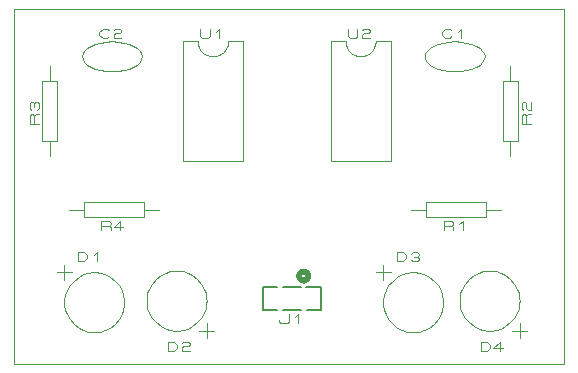
<source format=gbr>
G04 PROTEUS GERBER X2 FILE*
%TF.GenerationSoftware,Labcenter,Proteus,8.17-SP2-Build37159*%
%TF.CreationDate,2024-06-30T12:35:40+00:00*%
%TF.FileFunction,Legend,Top*%
%TF.FilePolarity,Positive*%
%TF.Part,Single*%
%TF.SameCoordinates,{19548e37-bc0f-4651-8564-f809119557b0}*%
%FSLAX45Y45*%
%MOMM*%
G01*
%TA.AperFunction,Profile*%
%ADD17C,0.101600*%
%TA.AperFunction,Material*%
%ADD18C,0.101600*%
%ADD19C,0.508000*%
%ADD70C,0.152400*%
%TD.AperFunction*%
D17*
X-14850000Y+9550000D02*
X-10200000Y+9550000D01*
X-10200000Y+12550000D01*
X-14850000Y+12550000D01*
X-14850000Y+9550000D01*
D18*
X-13042000Y+12277000D02*
X-12915000Y+12277000D01*
X-12915000Y+11261000D01*
X-13423000Y+11261000D01*
X-13423000Y+12277000D01*
X-13296000Y+12277000D01*
X-13169000Y+12150000D02*
X-13143124Y+12152436D01*
X-13119152Y+12159485D01*
X-13097562Y+12170762D01*
X-13078830Y+12185878D01*
X-13063431Y+12204446D01*
X-13051842Y+12226081D01*
X-13044540Y+12250394D01*
X-13042000Y+12277000D01*
X-13169000Y+12150000D02*
X-13195606Y+12152436D01*
X-13219919Y+12159485D01*
X-13241554Y+12170762D01*
X-13260122Y+12185878D01*
X-13275238Y+12204446D01*
X-13286515Y+12226081D01*
X-13293564Y+12250394D01*
X-13296000Y+12277000D01*
X-13275680Y+12383680D02*
X-13275680Y+12320180D01*
X-13262345Y+12307480D01*
X-13209005Y+12307480D01*
X-13195670Y+12320180D01*
X-13195670Y+12383680D01*
X-13142330Y+12358280D02*
X-13115660Y+12383680D01*
X-13115660Y+12307480D01*
X-11792000Y+12277000D02*
X-11665000Y+12277000D01*
X-11665000Y+11261000D01*
X-12173000Y+11261000D01*
X-12173000Y+12277000D01*
X-12046000Y+12277000D01*
X-11919000Y+12150000D02*
X-11893124Y+12152436D01*
X-11869152Y+12159485D01*
X-11847562Y+12170762D01*
X-11828830Y+12185878D01*
X-11813431Y+12204446D01*
X-11801842Y+12226081D01*
X-11794540Y+12250394D01*
X-11792000Y+12277000D01*
X-11919000Y+12150000D02*
X-11945606Y+12152436D01*
X-11969919Y+12159485D01*
X-11991554Y+12170762D01*
X-12010122Y+12185878D01*
X-12025238Y+12204446D01*
X-12036515Y+12226081D01*
X-12043564Y+12250394D01*
X-12046000Y+12277000D01*
X-12025680Y+12383680D02*
X-12025680Y+12320180D01*
X-12012345Y+12307480D01*
X-11959005Y+12307480D01*
X-11945670Y+12320180D01*
X-11945670Y+12383680D01*
X-11905665Y+12370980D02*
X-11892330Y+12383680D01*
X-11852325Y+12383680D01*
X-11838990Y+12370980D01*
X-11838990Y+12358280D01*
X-11852325Y+12345580D01*
X-11892330Y+12345580D01*
X-11905665Y+12332880D01*
X-11905665Y+12307480D01*
X-11838990Y+12307480D01*
X-14550000Y+11304180D02*
X-14550000Y+11431180D01*
X-14613500Y+11431180D02*
X-14486500Y+11431180D01*
X-14486500Y+11939180D01*
X-14613500Y+11939180D01*
X-14613500Y+11431180D01*
X-14550000Y+11939180D02*
X-14550000Y+12066180D01*
X-14643980Y+11578500D02*
X-14720180Y+11578500D01*
X-14720180Y+11645175D01*
X-14707480Y+11658510D01*
X-14694780Y+11658510D01*
X-14682080Y+11645175D01*
X-14682080Y+11578500D01*
X-14682080Y+11645175D02*
X-14669380Y+11658510D01*
X-14643980Y+11658510D01*
X-14707480Y+11698515D02*
X-14720180Y+11711850D01*
X-14720180Y+11751855D01*
X-14707480Y+11765190D01*
X-14694780Y+11765190D01*
X-14682080Y+11751855D01*
X-14669380Y+11765190D01*
X-14656680Y+11765190D01*
X-14643980Y+11751855D01*
X-14643980Y+11711850D01*
X-14656680Y+11698515D01*
X-14682080Y+11725185D02*
X-14682080Y+11751855D01*
X-14277000Y+12150000D02*
X-14271920Y+12175876D01*
X-14257315Y+12199848D01*
X-14234138Y+12221438D01*
X-14203340Y+12240170D01*
X-14165875Y+12255569D01*
X-14122695Y+12267158D01*
X-14074752Y+12274460D01*
X-14023000Y+12277000D01*
X-13769000Y+12150000D02*
X-13774080Y+12175876D01*
X-13788685Y+12199848D01*
X-13811862Y+12221438D01*
X-13842660Y+12240170D01*
X-13880125Y+12255569D01*
X-13923305Y+12267158D01*
X-13971248Y+12274460D01*
X-14023000Y+12277000D01*
X-14277000Y+12150000D02*
X-14271920Y+12124124D01*
X-14257315Y+12100152D01*
X-14234138Y+12078562D01*
X-14203340Y+12059830D01*
X-14165875Y+12044431D01*
X-14122695Y+12032842D01*
X-14074752Y+12025540D01*
X-14023000Y+12023000D01*
X-13769000Y+12150000D02*
X-13774080Y+12124124D01*
X-13788685Y+12100152D01*
X-13811862Y+12078562D01*
X-13842660Y+12059830D01*
X-13880125Y+12044431D01*
X-13923305Y+12032842D01*
X-13971248Y+12025540D01*
X-14023000Y+12023000D01*
X-14049670Y+12320180D02*
X-14063005Y+12307480D01*
X-14103010Y+12307480D01*
X-14129680Y+12332880D01*
X-14129680Y+12358280D01*
X-14103010Y+12383680D01*
X-14063005Y+12383680D01*
X-14049670Y+12370980D01*
X-14009665Y+12370980D02*
X-13996330Y+12383680D01*
X-13956325Y+12383680D01*
X-13942990Y+12370980D01*
X-13942990Y+12358280D01*
X-13956325Y+12345580D01*
X-13996330Y+12345580D01*
X-14009665Y+12332880D01*
X-14009665Y+12307480D01*
X-13942990Y+12307480D01*
X-10650000Y+12066180D02*
X-10650000Y+11939180D01*
X-10713500Y+11431180D02*
X-10586500Y+11431180D01*
X-10586500Y+11939180D01*
X-10713500Y+11939180D01*
X-10713500Y+11431180D01*
X-10650000Y+11431180D02*
X-10650000Y+11304180D01*
X-10479820Y+11578500D02*
X-10556020Y+11578500D01*
X-10556020Y+11645175D01*
X-10543320Y+11658510D01*
X-10530620Y+11658510D01*
X-10517920Y+11645175D01*
X-10517920Y+11578500D01*
X-10517920Y+11645175D02*
X-10505220Y+11658510D01*
X-10479820Y+11658510D01*
X-10543320Y+11698515D02*
X-10556020Y+11711850D01*
X-10556020Y+11751855D01*
X-10543320Y+11765190D01*
X-10530620Y+11765190D01*
X-10517920Y+11751855D01*
X-10517920Y+11711850D01*
X-10505220Y+11698515D01*
X-10479820Y+11698515D01*
X-10479820Y+11765190D01*
X-11377000Y+12150000D02*
X-11371920Y+12175876D01*
X-11357315Y+12199848D01*
X-11334138Y+12221438D01*
X-11303340Y+12240170D01*
X-11265875Y+12255569D01*
X-11222695Y+12267158D01*
X-11174752Y+12274460D01*
X-11123000Y+12277000D01*
X-10869000Y+12150000D02*
X-10874080Y+12175876D01*
X-10888685Y+12199848D01*
X-10911862Y+12221438D01*
X-10942660Y+12240170D01*
X-10980125Y+12255569D01*
X-11023305Y+12267158D01*
X-11071248Y+12274460D01*
X-11123000Y+12277000D01*
X-11377000Y+12150000D02*
X-11371920Y+12124124D01*
X-11357315Y+12100152D01*
X-11334138Y+12078562D01*
X-11303340Y+12059830D01*
X-11265875Y+12044431D01*
X-11222695Y+12032842D01*
X-11174752Y+12025540D01*
X-11123000Y+12023000D01*
X-10869000Y+12150000D02*
X-10874080Y+12124124D01*
X-10888685Y+12100152D01*
X-10911862Y+12078562D01*
X-10942660Y+12059830D01*
X-10980125Y+12044431D01*
X-11023305Y+12032842D01*
X-11071248Y+12025540D01*
X-11123000Y+12023000D01*
X-11149670Y+12320180D02*
X-11163005Y+12307480D01*
X-11203010Y+12307480D01*
X-11229680Y+12332880D01*
X-11229680Y+12358280D01*
X-11203010Y+12383680D01*
X-11163005Y+12383680D01*
X-11149670Y+12370980D01*
X-11096330Y+12358280D02*
X-11069660Y+12383680D01*
X-11069660Y+12307480D01*
X-10727000Y+10850000D02*
X-10854000Y+10850000D01*
X-11362000Y+10786500D02*
X-10854000Y+10786500D01*
X-10854000Y+10913500D01*
X-11362000Y+10913500D01*
X-11362000Y+10786500D01*
X-11362000Y+10850000D02*
X-11489000Y+10850000D01*
X-11214680Y+10679820D02*
X-11214680Y+10756020D01*
X-11148005Y+10756020D01*
X-11134670Y+10743320D01*
X-11134670Y+10730620D01*
X-11148005Y+10717920D01*
X-11214680Y+10717920D01*
X-11148005Y+10717920D02*
X-11134670Y+10705220D01*
X-11134670Y+10679820D01*
X-11081330Y+10730620D02*
X-11054660Y+10756020D01*
X-11054660Y+10679820D01*
X-13919000Y+10068250D02*
X-13919827Y+10088733D01*
X-13926545Y+10129700D01*
X-13940563Y+10170667D01*
X-13963341Y+10211634D01*
X-13998141Y+10252479D01*
X-14039108Y+10284095D01*
X-14080075Y+10304642D01*
X-14121042Y+10316879D01*
X-14162009Y+10322012D01*
X-14173000Y+10322250D01*
X-14427000Y+10068250D02*
X-14426173Y+10088733D01*
X-14419455Y+10129700D01*
X-14405437Y+10170667D01*
X-14382659Y+10211634D01*
X-14347859Y+10252479D01*
X-14306892Y+10284095D01*
X-14265925Y+10304642D01*
X-14224958Y+10316879D01*
X-14183991Y+10322012D01*
X-14173000Y+10322250D01*
X-14427000Y+10068250D02*
X-14426173Y+10047767D01*
X-14419455Y+10006800D01*
X-14405437Y+9965833D01*
X-14382659Y+9924866D01*
X-14347859Y+9884021D01*
X-14306892Y+9852405D01*
X-14265925Y+9831858D01*
X-14224958Y+9819621D01*
X-14183991Y+9814488D01*
X-14173000Y+9814250D01*
X-13919000Y+10068250D02*
X-13919827Y+10047767D01*
X-13926545Y+10006800D01*
X-13940563Y+9965833D01*
X-13963341Y+9924866D01*
X-13998141Y+9884021D01*
X-14039108Y+9852405D01*
X-14080075Y+9831858D01*
X-14121042Y+9819621D01*
X-14162009Y+9814488D01*
X-14173000Y+9814250D01*
X-14490500Y+10322250D02*
X-14363500Y+10322250D01*
X-14427000Y+10385750D02*
X-14427000Y+10258750D01*
X-14311430Y+10416230D02*
X-14311430Y+10492430D01*
X-14258090Y+10492430D01*
X-14231420Y+10467030D01*
X-14231420Y+10441630D01*
X-14258090Y+10416230D01*
X-14311430Y+10416230D01*
X-14178080Y+10467030D02*
X-14151410Y+10492430D01*
X-14151410Y+10416230D01*
X-13223000Y+10081750D02*
X-13223827Y+10102233D01*
X-13230545Y+10143200D01*
X-13244563Y+10184167D01*
X-13267341Y+10225134D01*
X-13302141Y+10265979D01*
X-13343108Y+10297595D01*
X-13384075Y+10318142D01*
X-13425042Y+10330379D01*
X-13466009Y+10335512D01*
X-13477000Y+10335750D01*
X-13731000Y+10081750D02*
X-13730173Y+10102233D01*
X-13723455Y+10143200D01*
X-13709437Y+10184167D01*
X-13686659Y+10225134D01*
X-13651859Y+10265979D01*
X-13610892Y+10297595D01*
X-13569925Y+10318142D01*
X-13528958Y+10330379D01*
X-13487991Y+10335512D01*
X-13477000Y+10335750D01*
X-13731000Y+10081750D02*
X-13730173Y+10061267D01*
X-13723455Y+10020300D01*
X-13709437Y+9979333D01*
X-13686659Y+9938366D01*
X-13651859Y+9897521D01*
X-13610892Y+9865905D01*
X-13569925Y+9845358D01*
X-13528958Y+9833121D01*
X-13487991Y+9827988D01*
X-13477000Y+9827750D01*
X-13223000Y+10081750D02*
X-13223827Y+10061267D01*
X-13230545Y+10020300D01*
X-13244563Y+9979333D01*
X-13267341Y+9938366D01*
X-13302141Y+9897521D01*
X-13343108Y+9865905D01*
X-13384075Y+9845358D01*
X-13425042Y+9833121D01*
X-13466009Y+9827988D01*
X-13477000Y+9827750D01*
X-13159500Y+9827750D02*
X-13286500Y+9827750D01*
X-13223000Y+9764250D02*
X-13223000Y+9891250D01*
X-13551930Y+9657570D02*
X-13551930Y+9733770D01*
X-13498590Y+9733770D01*
X-13471920Y+9708370D01*
X-13471920Y+9682970D01*
X-13498590Y+9657570D01*
X-13551930Y+9657570D01*
X-13431915Y+9721070D02*
X-13418580Y+9733770D01*
X-13378575Y+9733770D01*
X-13365240Y+9721070D01*
X-13365240Y+9708370D01*
X-13378575Y+9695670D01*
X-13418580Y+9695670D01*
X-13431915Y+9682970D01*
X-13431915Y+9657570D01*
X-13365240Y+9657570D01*
X-11219000Y+10068250D02*
X-11219827Y+10088733D01*
X-11226545Y+10129700D01*
X-11240563Y+10170667D01*
X-11263341Y+10211634D01*
X-11298141Y+10252479D01*
X-11339108Y+10284095D01*
X-11380075Y+10304642D01*
X-11421042Y+10316879D01*
X-11462009Y+10322012D01*
X-11473000Y+10322250D01*
X-11727000Y+10068250D02*
X-11726173Y+10088733D01*
X-11719455Y+10129700D01*
X-11705437Y+10170667D01*
X-11682659Y+10211634D01*
X-11647859Y+10252479D01*
X-11606892Y+10284095D01*
X-11565925Y+10304642D01*
X-11524958Y+10316879D01*
X-11483991Y+10322012D01*
X-11473000Y+10322250D01*
X-11727000Y+10068250D02*
X-11726173Y+10047767D01*
X-11719455Y+10006800D01*
X-11705437Y+9965833D01*
X-11682659Y+9924866D01*
X-11647859Y+9884021D01*
X-11606892Y+9852405D01*
X-11565925Y+9831858D01*
X-11524958Y+9819621D01*
X-11483991Y+9814488D01*
X-11473000Y+9814250D01*
X-11219000Y+10068250D02*
X-11219827Y+10047767D01*
X-11226545Y+10006800D01*
X-11240563Y+9965833D01*
X-11263341Y+9924866D01*
X-11298141Y+9884021D01*
X-11339108Y+9852405D01*
X-11380075Y+9831858D01*
X-11421042Y+9819621D01*
X-11462009Y+9814488D01*
X-11473000Y+9814250D01*
X-11790500Y+10322250D02*
X-11663500Y+10322250D01*
X-11727000Y+10385750D02*
X-11727000Y+10258750D01*
X-11611430Y+10416230D02*
X-11611430Y+10492430D01*
X-11558090Y+10492430D01*
X-11531420Y+10467030D01*
X-11531420Y+10441630D01*
X-11558090Y+10416230D01*
X-11611430Y+10416230D01*
X-11491415Y+10479730D02*
X-11478080Y+10492430D01*
X-11438075Y+10492430D01*
X-11424740Y+10479730D01*
X-11424740Y+10467030D01*
X-11438075Y+10454330D01*
X-11424740Y+10441630D01*
X-11424740Y+10428930D01*
X-11438075Y+10416230D01*
X-11478080Y+10416230D01*
X-11491415Y+10428930D01*
X-11464745Y+10454330D02*
X-11438075Y+10454330D01*
X-10573000Y+10081750D02*
X-10573827Y+10102233D01*
X-10580545Y+10143200D01*
X-10594563Y+10184167D01*
X-10617341Y+10225134D01*
X-10652141Y+10265979D01*
X-10693108Y+10297595D01*
X-10734075Y+10318142D01*
X-10775042Y+10330379D01*
X-10816009Y+10335512D01*
X-10827000Y+10335750D01*
X-11081000Y+10081750D02*
X-11080173Y+10102233D01*
X-11073455Y+10143200D01*
X-11059437Y+10184167D01*
X-11036659Y+10225134D01*
X-11001859Y+10265979D01*
X-10960892Y+10297595D01*
X-10919925Y+10318142D01*
X-10878958Y+10330379D01*
X-10837991Y+10335512D01*
X-10827000Y+10335750D01*
X-11081000Y+10081750D02*
X-11080173Y+10061267D01*
X-11073455Y+10020300D01*
X-11059437Y+9979333D01*
X-11036659Y+9938366D01*
X-11001859Y+9897521D01*
X-10960892Y+9865905D01*
X-10919925Y+9845358D01*
X-10878958Y+9833121D01*
X-10837991Y+9827988D01*
X-10827000Y+9827750D01*
X-10573000Y+10081750D02*
X-10573827Y+10061267D01*
X-10580545Y+10020300D01*
X-10594563Y+9979333D01*
X-10617341Y+9938366D01*
X-10652141Y+9897521D01*
X-10693108Y+9865905D01*
X-10734075Y+9845358D01*
X-10775042Y+9833121D01*
X-10816009Y+9827988D01*
X-10827000Y+9827750D01*
X-10509500Y+9827750D02*
X-10636500Y+9827750D01*
X-10573000Y+9764250D02*
X-10573000Y+9891250D01*
X-10901930Y+9657570D02*
X-10901930Y+9733770D01*
X-10848590Y+9733770D01*
X-10821920Y+9708370D01*
X-10821920Y+9682970D01*
X-10848590Y+9657570D01*
X-10901930Y+9657570D01*
X-10715240Y+9682970D02*
X-10795250Y+9682970D01*
X-10741910Y+9733770D01*
X-10741910Y+9657570D01*
X-13627000Y+10850000D02*
X-13754000Y+10850000D01*
X-14262000Y+10786500D02*
X-13754000Y+10786500D01*
X-13754000Y+10913500D01*
X-14262000Y+10913500D01*
X-14262000Y+10786500D01*
X-14262000Y+10850000D02*
X-14389000Y+10850000D01*
X-14114680Y+10679820D02*
X-14114680Y+10756020D01*
X-14048005Y+10756020D01*
X-14034670Y+10743320D01*
X-14034670Y+10730620D01*
X-14048005Y+10717920D01*
X-14114680Y+10717920D01*
X-14048005Y+10717920D02*
X-14034670Y+10705220D01*
X-14034670Y+10679820D01*
X-13927990Y+10705220D02*
X-14008000Y+10705220D01*
X-13954660Y+10756020D01*
X-13954660Y+10679820D01*
D19*
X-12361900Y+10290500D02*
X-12362031Y+10293658D01*
X-12363097Y+10299976D01*
X-12365328Y+10306294D01*
X-12368973Y+10312612D01*
X-12374548Y+10318851D01*
X-12380866Y+10323447D01*
X-12387184Y+10326380D01*
X-12393502Y+10328042D01*
X-12399820Y+10328600D01*
X-12400000Y+10328600D01*
X-12438100Y+10290500D02*
X-12437969Y+10293658D01*
X-12436903Y+10299976D01*
X-12434672Y+10306294D01*
X-12431027Y+10312612D01*
X-12425452Y+10318851D01*
X-12419134Y+10323447D01*
X-12412816Y+10326380D01*
X-12406498Y+10328042D01*
X-12400180Y+10328600D01*
X-12400000Y+10328600D01*
X-12438100Y+10290500D02*
X-12437969Y+10287342D01*
X-12436903Y+10281024D01*
X-12434672Y+10274706D01*
X-12431027Y+10268388D01*
X-12425452Y+10262149D01*
X-12419134Y+10257553D01*
X-12412816Y+10254620D01*
X-12406498Y+10252958D01*
X-12400180Y+10252400D01*
X-12400000Y+10252400D01*
X-12361900Y+10290500D02*
X-12362031Y+10287342D01*
X-12363097Y+10281024D01*
X-12365328Y+10274706D01*
X-12368973Y+10268388D01*
X-12374548Y+10262149D01*
X-12380866Y+10257553D01*
X-12387184Y+10254620D01*
X-12393502Y+10252958D01*
X-12399820Y+10252400D01*
X-12400000Y+10252400D01*
D70*
X-12251080Y+10200660D02*
X-12377593Y+10200660D01*
X-12748920Y+10200660D02*
X-12748920Y+10000000D01*
X-12625191Y+10000000D01*
X-12251080Y+10000000D02*
X-12251080Y+10200660D01*
X-12622407Y+10200660D02*
X-12748920Y+10200660D01*
X-12574809Y+10000000D02*
X-12425191Y+10000000D01*
X-12374809Y+10000000D02*
X-12251080Y+10000000D01*
X-12422407Y+10200660D02*
X-12577593Y+10200660D01*
D18*
X-12606680Y+9916180D02*
X-12606680Y+9903480D01*
X-12593345Y+9890780D01*
X-12540005Y+9890780D01*
X-12526670Y+9903480D01*
X-12526670Y+9966980D01*
X-12473330Y+9941580D02*
X-12446660Y+9966980D01*
X-12446660Y+9890780D01*
M02*

</source>
